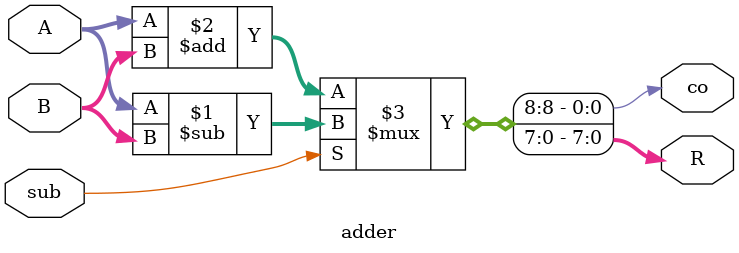
<source format=v>
module adder #(
	parameter WIDTH = 8
) (
	input sub,
	input  [WIDTH-1:0] A,
	input  [WIDTH-1:0] B,
	output [WIDTH-1:0] R,
	output co
);
	assign {co,R} = sub ? A-B : A+B;
endmodule

</source>
